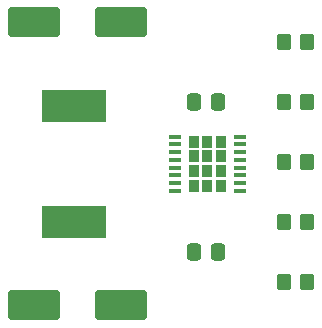
<source format=gbr>
%TF.GenerationSoftware,KiCad,Pcbnew,7.0.11+dfsg-1build4*%
%TF.CreationDate,2026-01-16T21:01:49-05:00*%
%TF.ProjectId,tps6103x,74707336-3130-4337-982e-6b696361645f,rev?*%
%TF.SameCoordinates,Original*%
%TF.FileFunction,Paste,Top*%
%TF.FilePolarity,Positive*%
%FSLAX46Y46*%
G04 Gerber Fmt 4.6, Leading zero omitted, Abs format (unit mm)*
G04 Created by KiCad (PCBNEW 7.0.11+dfsg-1build4) date 2026-01-16 21:01:49*
%MOMM*%
%LPD*%
G01*
G04 APERTURE LIST*
G04 Aperture macros list*
%AMRoundRect*
0 Rectangle with rounded corners*
0 $1 Rounding radius*
0 $2 $3 $4 $5 $6 $7 $8 $9 X,Y pos of 4 corners*
0 Add a 4 corners polygon primitive as box body*
4,1,4,$2,$3,$4,$5,$6,$7,$8,$9,$2,$3,0*
0 Add four circle primitives for the rounded corners*
1,1,$1+$1,$2,$3*
1,1,$1+$1,$4,$5*
1,1,$1+$1,$6,$7*
1,1,$1+$1,$8,$9*
0 Add four rect primitives between the rounded corners*
20,1,$1+$1,$2,$3,$4,$5,0*
20,1,$1+$1,$4,$5,$6,$7,0*
20,1,$1+$1,$6,$7,$8,$9,0*
20,1,$1+$1,$8,$9,$2,$3,0*%
G04 Aperture macros list end*
%ADD10R,0.880000X1.050000*%
%ADD11R,1.050000X0.450000*%
%ADD12RoundRect,0.250000X-1.950000X-1.000000X1.950000X-1.000000X1.950000X1.000000X-1.950000X1.000000X0*%
%ADD13RoundRect,0.250000X0.350000X0.450000X-0.350000X0.450000X-0.350000X-0.450000X0.350000X-0.450000X0*%
%ADD14RoundRect,0.250000X-0.337500X-0.475000X0.337500X-0.475000X0.337500X0.475000X-0.337500X0.475000X0*%
%ADD15R,5.400000X2.800000*%
%ADD16RoundRect,0.250000X-0.350000X-0.450000X0.350000X-0.450000X0.350000X0.450000X-0.350000X0.450000X0*%
G04 APERTURE END LIST*
D10*
%TO.C,U1*%
X116866600Y-115125000D03*
X116866600Y-116375000D03*
X116866600Y-117625000D03*
X116866600Y-118875000D03*
X118000000Y-115125000D03*
X118000000Y-116375000D03*
X118000000Y-117625000D03*
X118000000Y-118875000D03*
X119133400Y-115125000D03*
X119133400Y-116375000D03*
X119133400Y-117625000D03*
X119133400Y-118875000D03*
D11*
X115225000Y-114725000D03*
X115225000Y-115375000D03*
X115225000Y-116025000D03*
X115225000Y-116675000D03*
X115225000Y-117325000D03*
X115225000Y-117975000D03*
X115225000Y-118625000D03*
X115225000Y-119275000D03*
X120775000Y-119275000D03*
X120775000Y-118625000D03*
X120775000Y-117975000D03*
X120775000Y-117325000D03*
X120775000Y-116675000D03*
X120775000Y-116025000D03*
X120775000Y-115375000D03*
X120775000Y-114725000D03*
%TD*%
D12*
%TO.C,C4*%
X103300000Y-129000000D03*
X110700000Y-129000000D03*
%TD*%
D13*
%TO.C,R3*%
X126460000Y-121920000D03*
X124460000Y-121920000D03*
%TD*%
D14*
%TO.C,C1*%
X116840000Y-124460000D03*
X118915000Y-124460000D03*
%TD*%
D15*
%TO.C,L1*%
X106680000Y-121900000D03*
X106680000Y-112100000D03*
%TD*%
D13*
%TO.C,R1*%
X126460000Y-106680000D03*
X124460000Y-106680000D03*
%TD*%
D16*
%TO.C,R5*%
X124460000Y-116840000D03*
X126460000Y-116840000D03*
%TD*%
D12*
%TO.C,C3*%
X103300000Y-105000000D03*
X110700000Y-105000000D03*
%TD*%
D16*
%TO.C,R4*%
X124460000Y-127000000D03*
X126460000Y-127000000D03*
%TD*%
D14*
%TO.C,C2*%
X116840000Y-111760000D03*
X118915000Y-111760000D03*
%TD*%
D16*
%TO.C,R2*%
X124460000Y-111760000D03*
X126460000Y-111760000D03*
%TD*%
M02*

</source>
